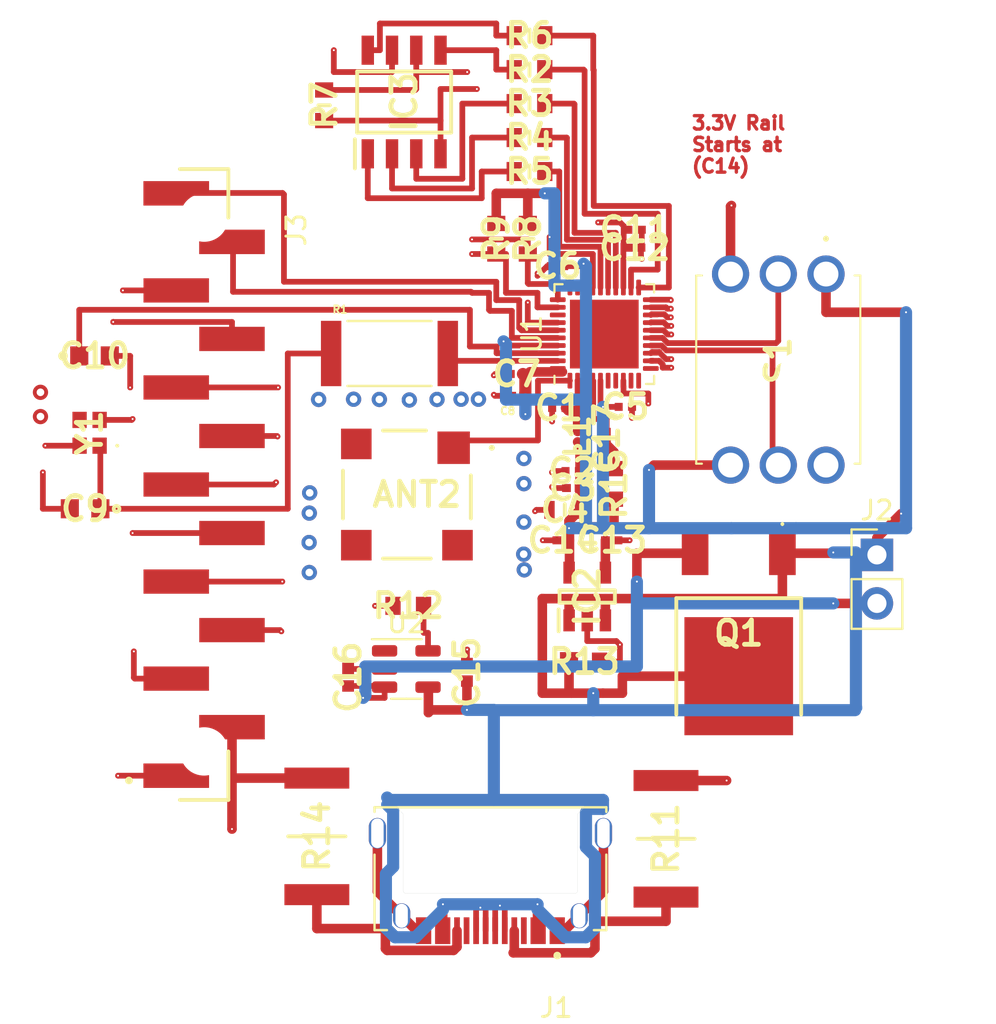
<source format=kicad_pcb>
(kicad_pcb (version 20221018) (generator pcbnew)
  (layers (0 "F.Cu" signal) (1 "In1.Cu" power) (2 "In2.Cu" mixed) (31 "B.Cu" power) (34 "B.Paste" user) (35 "F.Paste" user) (36 "B.SilkS" user "B.Silkscreen") (37 "F.SilkS" user "F.Silkscreen") (38 "B.Mask" user) (39 "F.Mask" user) (44 "Edge.Cuts" user))
  (net 0 "")
  (net 1 "/ANT")
  (net 5 "Net-(C1-Pad1)")
  (net 6 "GNDREF")
  (net 7 "+3.3V")
  (net 8 "GND")
  (net 9 "Net-(Y1-IN{slash}OUT)")
  (net 10 "/XTAL_N")
  (net 11 "Net-(IC2-ADJ{slash}BYP)")
  (net 12 "VBUS")
  (net 13 "Net-(J2-Pin_2)")
  (net 14 "Net-(C17-Pad1)")
  (net 15 "Net-(U1-CHIP_PU)")
  (net 16 "/SPID")
  (net 17 "/SPICLK")
  (net 18 "/SPIHD")
  (net 19 "/SPICS0")
  (net 20 "/SPIWP")
  (net 21 "Net-(IC3-VCC)")
  (net 22 "/SPIQ")
  (net 23 "/D1+")
  (net 24 "Net-(J1-CC1)")
  (net 26 "/D1-")
  (net 28 "Net-(J1-CC2)")
  (net 29 "/I2CEXT0_SCL_in")
  (net 30 "/I2CEXT0_SDA_in")
  (net 31 "/TP_INT")
  (net 32 "/TP_RST")
  (net 33 "/XTAL_P")
  (net 34 "Net-(U1-SPIWP{slash}GPIO26)")
  (net 35 "Net-(U1-SPIHD{slash}GPIO28)")
  (net 36 "Net-(U1-SPICLK{slash}GPIO29)")
  (net 37 "Net-(U1-SPID{slash}GPIO30)")
  (net 38 "Net-(U1-SPIQ{slash}GPIO25)")
  (net 39 "Net-(U2-PROG)")
  (net 40 "Net-(S1-C_1)")
  (net 41 "Net-(S1-C_2)")
  (net 45 "/FSPIQ")
  (net 49 "/FSPICLK")
  (net 50 "/FSPID")
  (net 51 "/D{slash}C")
  (net 52 "/LCD_RST")
  (net 53 "/LCD_BL")
  (net 54 "/U0TXD")
  (net 55 "/U0RXD")
  (net 57 "/FSPICS5")
  (footprint "0 Ohm:RESC1608X55N" (layer "F.Cu") (at 153.124 45.847)
    (fp_text reference "R2")
    (fp_text value "0" hide)
  )
  (footprint "ESB33133:ESB33133" (layer "F.Cu") (at 168.656 56.548 -90)
    (fp_text reference "S1")
    (fp_text value "ESB-33133" hide)
  )
  (footprint "10K Ohm:RESC1608X55N" (layer "F.Cu") (at 151.384 54.699 -90)
    (fp_text reference "R9")
    (fp_text value "10K" hide)
  )
  (footprint "4.7 uF:CAPC1005X55N" (layer "F.Cu") (at 149.8465 77.395 90)
    (fp_text reference "C15")
    (fp_text value "4.7uF" hide)
  )
  (footprint ".1 uF:CAPC0603X33N" (layer "F.Cu") (at 158.146 63.5)
    (fp_text reference "C5")
    (fp_text value ".1 uF" hide)
  )
  (footprint "0 Ohm:RESC1608X55N" (layer "F.Cu") (at 153.124 47.625)
    (fp_text reference "R3")
    (fp_text value "0" hide)
  )
  (footprint "0 Ohm:RESC1608X55N" (layer "F.Cu") (at 153.124 44.069)
    (fp_text reference "R6")
    (fp_text value "0" hide)
  )
  (footprint "4.7 uF:CAPC1005X55N" (layer "F.Cu") (at 143.6235 77.649 90)
    (fp_text reference "C16")
    (fp_text value "4.7 uF" hide)
  )
  (footprint "10K Ohm:RESC1608X55N" (layer "F.Cu") (at 155.994 76.835)
    (fp_text reference "R13")
    (fp_text value "10k" hide)
  )
  (footprint ".1 uF:CAPC0603X33N" (layer "F.Cu") (at 154.66 63.557 180)
    (fp_text reference "C1")
    (fp_text value ".1 uF" hide)
  )
  (footprint "0 Ohm:RESC1608X55N" (layer "F.Cu") (at 153.124 51.181)
    (fp_text reference "R5")
    (fp_text value "0" hide)
  )
  (footprint "10 pF:C0603" (layer "F.Cu") (at 130.34 60.833)
    (fp_text reference "C10")
    (fp_text value "10 pF" hide)
  )
  (footprint "1 uF:CAPC0603X35N" (layer "F.Cu") (at 155.391 67.748 180)
    (fp_text reference "C3")
    (fp_text value "1 uF" hide)
  )
  (footprint ".1 uF:CAPC0603X33N" (layer "F.Cu") (at 158.654 54.229 180)
    (fp_text reference "C11")
    (fp_text value ".1 uF" hide)
  )
  (footprint "10 nF:CAPC0603X33N" (layer "F.Cu") (at 152.501 62.922 180)
    (fp_text reference "C8")
    (fp_text value ".01 uF")
  )
  (footprint ".1 uF:CAPC0603X33N" (layer "F.Cu") (at 155.36 66.859 180)
    (fp_text reference "C2")
    (fp_text value ".1 uF" hide)
  )
  (footprint "10 uF:CAPC1608X90N" (layer "F.Cu") (at 154.972 68.891 180)
    (fp_text reference "C4")
    (fp_text value "10 uF" hide)
  )
  (footprint "1 uF:CAPC0603X35N" (layer "F.Cu") (at 158.634 55.169 180)
    (fp_text reference "C12")
    (fp_text value "1 uF" hide)
  )
  (footprint "Package_TO_SOT_SMD:SOT-23-5" (layer "F.Cu") (at 146.6715 77.22)
    (fp_text reference "U2")
    (fp_text value "MCP73831-2-OT")
  )
  (footprint "10K Ohm:RESC1608X55N" (layer "F.Cu") (at 157.55 67.532 90)
    (fp_text reference "R15")
    (fp_text value "10k" hide)
  )
  (footprint "AMPHENOL_12401948E412A:AMPHENOL_12401948E412A" (layer "F.Cu") (at 151.07725 85.8175 180)
    (fp_text reference "J1")
    (fp_text value "12401948E412A")
    (fp_line (start -4.92 1.36) (end -4.57 1.01) (stroke (width 0.01)) (layer "Edge.Cuts"))
    (fp_line (start -4.57 1.01) (end -4.57 -3) (stroke (width 0.01)) (layer "Edge.Cuts"))
    (fp_line (start -4.42 -3.15) (end 4.42 -3.15) (stroke (width 0.01)) (layer "Edge.Cuts"))
    (fp_line (start 4.57 -3) (end 4.57 1.01) (stroke (width 0.01)) (layer "Edge.Cuts"))
    (fp_line (start 4.57 1.01) (end 4.92 1.36) (stroke (width 0.01)) (layer "Edge.Cuts"))
    (fp_line (start 4.92 1.36) (end -4.92 1.36) (stroke (width 0.01)) (layer "Edge.Cuts"))
    (fp_arc (start -4.57 -3) (mid -4.526066 -3.106066) (end -4.42 -3.15) (stroke (width 0.01)) (layer "Edge.Cuts"))
    (fp_arc (start 4.42 -3.15) (mid 4.526066 -3.106066) (end 4.57 -3) (stroke (width 0.01)) (layer "Edge.Cuts"))
  )
  (footprint "SOT95P280X145-5N:SOT95P280X145-5N" (layer "F.Cu") (at 156.149 73.426 90)
    (fp_text reference "IC2")
    (fp_text value "SPX3819M5-L-3-3_TR" hide)
  )
  (footprint "SOIC127P600X175-8N:SOIC127P600X175-8N" (layer "F.Cu") (at 146.558 47.543 90)
    (fp_text reference "IC3")
    (fp_text value "AT45DB081E-SSHN-B" hide)
  )
  (footprint "5k1 Ohms:RESC6432X65N" (layer "F.Cu") (at 160.274 86.108 -90)
    (fp_text reference "R11")
    (fp_text value "5K1" hide)
  )
  (footprint "1 uF:CAPC0603X35N" (layer "F.Cu") (at 152.451 61.779 180)
    (fp_text reference "C7")
    (fp_text value "1 uF" hide)
  )
  (footprint "1 uF:CAPC0603X35N" (layer "F.Cu") (at 154.889 70.485 180)
    (fp_text reference "C14")
    (fp_text value "1 uF" hide)
  )
  (footprint "1 uF:CAPC0603X35N" (layer "F.Cu") (at 157.429 70.485 180)
    (fp_text reference "C13")
    (fp_text value "1uF" hide)
  )
  (footprint "2k Ohms:RESC1608X55N" (layer "F.Cu") (at 146.774 73.914 180)
    (fp_text reference "R12")
    (fp_text value "2K" hide)
  )
  (footprint "10K Ohm:RESC1608X55N" (layer "F.Cu") (at 142.367 47.714 90)
    (fp_text reference "R7")
    (fp_text value "10K" hide)
  )
  (footprint "PMOS:IRFR9210PBFBE3" (layer "F.Cu") (at 164.084 75.384 180)
    (fp_text reference "Q1")
    (fp_text value "PMOS" hide)
  )
  (footprint "Connector_PinHeader_2.54mm:PinHeader_1x02_P2.54mm_Vertical" (layer "F.Cu") (at 171.323 71.247)
    (fp_text reference "J2")
    (fp_text value "Conn_01x02_Pin")
  )
  (footprint "10 pF:C0603" (layer "F.Cu") (at 129.845 68.834 180)
    (fp_text reference "C9")
    (fp_text value "10 pF" hide)
  )
  (footprint "1 uF:CAPC0603X35N" (layer "F.Cu") (at 157.169 65.157 90)
    (fp_text reference "C17")
    (fp_text value "1 uF" hide)
  )
  (footprint "ECS4001037BCKYTR3:ECS4001037BCKYTR3" (layer "F.Cu") (at 130.082 64.857 90)
    (fp_text reference "Y1")
    (fp_text value "ECS-400-10-37B-CKY-TR3" hide)
  )
  (footprint "10K Ohm:RESC1608X55N" (layer "F.Cu") (at 153.035 54.699 -90)
    (fp_text reference "R8")
    (fp_text value "10K" hide)
  )
  (footprint ".1 uF:CAPC0603X33N" (layer "F.Cu") (at 154.59 56.134 180)
    (fp_text reference "C6")
    (fp_text value ".1 uF" hide)
  )
  (footprint "22 Ohm:RESC6332X65N" (layer "F.Cu") (at 145.789 60.706)
    (fp_text reference "R1")
    (fp_text value "22R")
  )
  (footprint "5k1 Ohms:RESC6432X65N" (layer "F.Cu") (at 141.986 85.981 90)
    (fp_text reference "R14")
    (fp_text value "5K1" hide)
  )
  (footprint "13 pin:SAMTEC_TSM-113-02-T-SV-A" (layer "F.Cu") (at 136.08 67.564 -90)
    (fp_text reference "J3")
    (fp_text value "Conn_01x13_Pin")
  )
  (footprint "2 nH:MLG0603" (layer "F.Cu") (at 155.645 65.06 90)
    (fp_text reference "L1")
    (fp_text value "2 nH" hide)
  )
  (footprint "0 Ohm:RESC1608X55N" (layer "F.Cu") (at 153.124 49.403)
    (fp_text reference "R4")
    (fp_text value "0" hide)
  )
  (footprint "Package_DFN_QFN:QFN-40-1EP_5x5mm_P0.4mm_EP3.6x3.6mm" (layer "F.Cu") (at 157.042 59.69 90)
    (fp_text reference "U1")
    (fp_text value "ESP32-C6")
  )
  (footprint "NN01001:NN01001" (layer "F.Cu") (at 146.702 68.089)
    (fp_text reference "ANT2")
    (fp_text value "NN01-001" hide)
  )
  (gr_text "3.3V Rail\nStarts at\n(C14)" (at 161.544 51.308) (layer "F.Cu") (effects (font (size 0.7 0.7) (thickness 0.175) bold) (justify left bottom)))
  (via (at 148.28 63.11) (size 0.8) (drill 0.4) (layers "F.Cu" "B.Cu") (net 0))
  (via (at 152.85 72.03) (size 0.8) (drill 0.4) (layers "F.Cu" "B.Cu") (net 0))
  (via (at 149.54 63.1) (size 0.8) (drill 0.4) (layers "F.Cu" "B.Cu") (net 0))
  (via (at 143.91 63.1) (size 0.8) (drill 0.4) (layers "F.Cu" "B.Cu") (net 0))
  (via (at 152.83 69.53) (size 0.8) (drill 0.4) (layers "F.Cu" "B.Cu") (net 0))
  (via (at 142.08 63.11) (size 0.8) (drill 0.4) (layers "F.Cu" "B.Cu") (net 0))
  (via (at 141.59 72.17) (size 0.8) (drill 0.4) (layers "F.Cu" "B.Cu") (net 0))
  (via (at 152.83 66.2) (size 0.8) (drill 0.4) (layers "F.Cu" "B.Cu") (net 0))
  (via micro (at 127.508 64.008) (size 0.8) (drill 0.4) (layers "F.Cu" "In1.Cu") (net 0))
  (via (at 141.61 68) (size 0.8) (drill 0.4) (layers "F.Cu" "B.Cu") (net 0))
  (via (at 152.83 67.52) (size 0.8) (drill 0.4) (layers "F.Cu" "B.Cu") (net 0))
  (via micro (at 127.508 62.738) (size 0.8) (drill 0.4) (layers "F.Cu" "In1.Cu") (net 0))
  (via (at 145.26 63.11) (size 0.8) (drill 0.4) (layers "F.Cu" "B.Cu") (net 0))
  (via (at 152.82 71.21) (size 0.8) (drill 0.4) (layers "F.Cu" "B.Cu") (net 0))
  (via (at 141.59 69.06) (size 0.8) (drill 0.4) (layers "F.Cu" "B.Cu") (net 0))
  (via (at 141.58 70.6) (size 0.8) (drill 0.4) (layers "F.Cu" "B.Cu") (net 0))
  (via (at 146.83 63.14) (size 0.8) (drill 0.4) (layers "F.Cu" "B.Cu") (net 0))
  (via (at 150.45 63.1) (size 0.8) (drill 0.4) (layers "F.Cu" "B.Cu") (net 0))
  (segment (start 155.242 62.1275) (end 153.5675 62.1275) (width 0.3) (layer "F.Cu") (net 1))
  (segment (start 149.533 65.258) (end 149.152 65.639) (width 0.3) (layer "F.Cu") (net 1))
  (segment (start 153.5675 65.2535) (end 153.563 65.258) (width 0.3) (layer "F.Cu") (net 1))
  (segment (start 153.5675 62.1275) (end 153.5675 65.2535) (width 0.3) (layer "F.Cu") (net 1))
  (segment (start 153.563 65.258) (end 149.533 65.258) (width 0.3) (layer "F.Cu") (net 1))
  (segment (start 155.642 63.694) (end 155.645 63.697) (width 0.3) (layer "F.Cu") (net 5))
  (segment (start 155.645 63.697) (end 155.15 63.697) (width 0.5) (layer "F.Cu") (net 5))
  (segment (start 156.042 62.1275) (end 155.642 62.1275) (width 0.3) (layer "F.Cu") (net 5))
  (segment (start 155.645 64.785) (end 155.645 63.697) (width 0.5) (layer "F.Cu") (net 5))
  (segment (start 155.15 63.697) (end 155.01 63.557) (width 0.5) (layer "F.Cu") (net 5))
  (segment (start 155.642 62.1275) (end 155.642 63.694) (width 0.3) (layer "F.Cu") (net 5))
  (segment (start 159.004 54.229) (end 159.004 55.129) (width 0.3) (layer "F.Cu") (net 6))
  (segment (start 157.673 75.758) (end 157.861 75.946) (width 0.3) (layer "F.Cu") (net 6))
  (segment (start 156.794 76.835) (end 157.861 76.835) (width 0.3) (layer "F.Cu") (net 6))
  (segment (start 131.14 60.833) (end 132.207 60.833) (width 0.3) (layer "F.Cu") (net 6))
  (segment (start 155.061 67.748) (end 154.362 67.748) (width 0.3) (layer "F.Cu") (net 6))
  (segment (start 158.496 63.5) (end 158.496 64.07) (width 0.3) (layer "F.Cu") (net 6))
  (segment (start 132.207 60.833) (end 132.207 62.484) (width 0.3) (layer "F.Cu") (net 6))
  (segment (start 142.875 45.974) (end 142.875 44.831) (width 0.3) (layer "F.Cu") (net 6))
  (segment (start 154.559 70.485) (end 153.822 70.485) (width 0.3) (layer "F.Cu") (net 6))
  (segment (start 157.861 76.835) (end 157.861 75.946) (width 0.3) (layer "F.Cu") (net 6))
  (segment (start 127.635 68.834) (end 127.635 66.929) (width 0.3) (layer "F.Cu") (net 6))
  (segment (start 154.24 56.134) (end 154.051 56.134) (width 0.3) (layer "F.Cu") (net 6))
  (segment (start 129.557 65.532) (end 127.762 65.532) (width 0.3) (layer "F.Cu") (net 6))
  (segment (start 158.964 55.169) (end 158.964 55.713) (width 0.3) (layer "F.Cu") (net 6))
  (segment (start 154.31 63.557) (end 154.31 64.257) (width 0.3) (layer "F.Cu") (net 6))
  (segment (start 130.607 64.182) (end 132.287 64.182) (width 0.3) (layer "F.Cu") (net 6))
  (segment (start 132.287 64.182) (end 132.334 64.135) (width 0.3) (layer "F.Cu") (net 6))
  (segment (start 155.01 66.859) (end 154.375 66.859) (width 0.3) (layer "F.Cu") (net 6))
  (segment (start 156.149 75.758) (end 157.673 75.758) (width 0.3) (layer "F.Cu") (net 6))
  (segment (start 156.149 74.676) (end 156.149 75.758) (width 0.3) (layer "F.Cu") (net 6))
  (segment (start 154.051 56.134) (end 153.543 56.642) (width 0.3) (layer "F.Cu") (net 6))
  (segment (start 158.964 55.713) (end 159.004 55.753) (width 0.3) (layer "F.Cu") (net 6))
  (segment (start 129.045 68.834) (end 127.635 68.834) (width 0.3) (layer "F.Cu") (net 6))
  (segment (start 159.004 55.129) (end 158.964 55.169) (width 0.3) (layer "F.Cu") (net 6))
  (segment (start 145.923 45.974) (end 142.875 45.974) (width 0.3) (layer "F.Cu") (net 6))
  (segment (start 160.274 83.058) (end 163.449 83.058) (width 0.5) (layer "F.Cu") (net 6))
  (segment (start 157.759 70.485) (end 158.369 70.485) (width 0.3) (layer "F.Cu") (net 6))
  (segment (start 153.486 68.891) (end 153.416 68.961) (width 0.3) (layer "F.Cu") (net 6))
  (segment (start 154.172 68.891) (end 153.486 68.891) (width 0.3) (layer "F.Cu") (net 6))
  (segment (start 154.31 64.257) (end 154.305 64.262) (width 0.3) (layer "F.Cu") (net 6))
  (segment (start 154.362 67.748) (end 154.305 67.691) (width 0.3) (layer "F.Cu") (net 6))
  (segment (start 154.375 66.859) (end 154.305 66.929) (width 0.3) (layer "F.Cu") (net 6))
  (segment (start 145.923 44.831) (end 145.923 45.974) (width 0.3) (layer "F.Cu") (net 6))
  (via micro (at 158.369 70.485) (size 0.3) (drill 0.1) (layers "F.Cu" "In1.Cu") (net 6))
  (via micro (at 154.305 64.262) (size 0.3) (drill 0.1) (layers "F.Cu" "In1.Cu") (net 6))
  (via micro (at 142.875 44.831) (size 0.3) (drill 0.1) (layers "F.Cu" "In1.Cu") (net 6))
  (via micro (at 153.822 70.485) (size 0.3) (drill 0.1) (layers "F.Cu" "In1.Cu") (net 6))
  (via micro (at 132.334 64.135) (size 0.3) (drill 0.1) (layers "F.Cu" "In1.Cu") (net 6))
  (via micro (at 132.207 62.484) (size 0.3) (drill 0.1) (layers "F.Cu" "In1.Cu") (net 6))
  (via micro (at 153.416 68.961) (size 0.3) (drill 0.1) (layers "F.Cu" "In1.Cu") (net 6))
  (via micro (at 127.635 66.929) (size 0.3) (drill 0.1) (layers "F.Cu" "In1.Cu") (net 6))
  (via micro (at 163.449 83.058) (size 0.3) (drill 0.1) (layers "F.Cu" "In1.Cu") (net 6))
  (via micro (at 157.861 75.946) (size 0.3) (drill 0.1) (layers "F.Cu" "In1.Cu") (net 6))
  (via micro (at 127.762 65.532) (size 0.3) (drill 0.1) (layers "F.Cu" "In1.Cu") (net 6))
  (via micro (at 154.305 67.691) (size 0.3) (drill 0.1) (layers "F.Cu" "In1.Cu") (net 6))
  (via micro (at 154.305 66.929) (size 0.3) (drill 0.1) (layers "F.Cu" "In1.Cu") (net 6))
  (via micro (at 153.543 56.515) (size 0.3) (drill 0.1) (layers "F.Cu" "In1.Cu") (net 6))
  (via micro (at 159.004 55.753) (size 0.3) (drill 0.1) (layers "F.Cu" "In1.Cu") (net 6))
  (via micro (at 158.488 64.078) (size 0.3) (drill 0.1) (layers "F.Cu" "In1.Cu") (net 6))
  (segment (start 172.847 58.547) (end 168.656 58.547) (width 0.5) (layer "F.Cu") (net 7))
  (segment (start 155.219 69.875) (end 155.194 69.85) (width 0.5) (layer "F.Cu") (net 7))
  (segment (start 154.6045 60.29) (end 151.984 60.29) (width 0.3) (layer "F.Cu") (net 7))
  (segment (start 163.656 66.548) (end 159.639 66.548) (width 0.5) (layer "F.Cu") (net 7))
  (segment (start 156.842 62.1275) (end 156.842 63.497) (width 0.3) (layer "F.Cu") (net 7))
  (segment (start 156.972 63.5) (end 156.845 63.5) (width 0.3) (layer "F.Cu") (net 7))
  (segment (start 155.219 70.485) (end 155.219 69.875) (width 0.5) (layer "F.Cu") (net 7))
  (segment (start 151.984 60.29) (end 151.765 60.071) (width 0.3) (layer "F.Cu") (net 7))
  (segment (start 156.842 63.497) (end 156.845 63.5) (width 0.3) (layer "F.Cu") (net 7))
  (segment (start 153.51 61.67) (end 153.144 61.67) (width 0.5) (layer "F.Cu") (net 7))
  (segment (start 156.013 56.064) (end 156.013 56.134) (width 0.3) (layer "F.Cu") (net 7))
  (segment (start 155.219 70.485) (end 155.219 72.156) (width 0.5) (layer "F.Cu") (net 7))
  (segment (start 155.772 68.891) (end 155.194 69.469) (width 0.5) (layer "F.Cu") (net 7))
  (segment (start 157.55 68.332) (end 157.55 69.78) (width 0.5) (layer "F.Cu") (net 7))
  (segment (start 156.013 57.2235) (end 156.042 57.2525) (width 0.3) (layer "F.Cu") (net 7))
  (segment (start 155.194 69.469) (end 155.194 69.85) (width 0.5) (layer "F.Cu") (net 7))
  (segment (start 156.013 56.134) (end 156.013 57.2235) (width 0.3) (layer "F.Cu") (net 7))
  (segment (start 152.908 61.906) (end 152.781 61.779) (width 0.635) (layer "F.Cu") (net 7))
  (segment (start 154.94 56.134) (end 156.013 56.134) (width 0.3) (layer "F.Cu") (net 7))
  (segment (start 155.219 72.156) (end 155.199 72.176) (width 0.5) (layer "F.Cu") (net 7))
  (segment (start 153.035 53.899) (end 153.035 52.324) (width 0.5) (layer "F.Cu") (net 7))
  (segment (start 151.384 52.324) (end 153.035 52.324) (width 0.5) (layer "F.Cu") (net 7))
  (segment (start 153.144 61.67) (end 154.85 61.67) (width 0.5) (layer "F.Cu") (net 7))
  (segment (start 168.656 58.547) (end 168.656 56.548) (width 0.5) (layer "F.Cu") (net 7))
  (segment (start 157.55 69.78) (end 155.264 69.78) (width 0.5) (layer "F.Cu") (net 7))
  (segment (start 153.144 61.67) (end 152.908 61.906) (width 0.5) (layer "F.Cu") (net 7))
  (segment (start 156.013 56.064) (end 155.956 56.007) (width 0.3) (layer "F.Cu") (net 7))
  (segment (start 157.796 63.5) (end 156.972 63.5) (width 0.3) (layer "F.Cu") (net 7))
  (segment (start 152.908 63.881) (end 152.908 61.906) (width 0.635) (layer "F.Cu") (net 7))
  (segment (start 151.384 53.899) (end 151.384 52.324) (width 0.5) (layer "F.Cu") (net 7))
  (segment (start 155.772 65.462) (end 155.645 65.335) (width 0.5) (layer "F.Cu") (net 7))
  (segment (start 155.772 68.891) (end 155.772 65.462) (width 0.5) (layer "F.Cu") (net 7))
  (segment (start 153.035 52.324) (end 153.924 52.324) (width 0.5) (layer "F.Cu") (net 7))
  (segment (start 155.264 69.78) (end 155.194 69.85) (width 0.5) (layer "F.Cu") (net 7))
  (segment (start 159.639 66.548) (end 159.385 66.802) (width 0.5) (layer "F.Cu") (net 7))
  (via micro (at 155.956 56.007) (size 0.3) (drill 0.1) (layers "F.Cu" "B.Cu") (remove_unused_layers) (net 7))
  (via micro (at 155.194 69.85) (size 0.3) (drill 0.1) (layers "F.Cu" "B.Cu") (remove_unused_layers) (net 7))
  (via micro (at 156.972 63.5) (size 0.3) (drill 0.1) (layers "F.Cu" "B.Cu") (remove_unused_layers) (net 7))
  (via micro (at 151.765 60.071) (size 0.3) (drill 0.1) (layers "F.Cu" "B.Cu") (remove_unused_layers) (net 7))
  (via micro (at 159.385 66.802) (size 0.3) (drill 0.1) (layers "F.Cu" "B.Cu") (remove_unused_layers) (net 7))
  (via micro (at 152.908 63.881) (size 0.3) (drill 0.1) (layers "F.Cu" "B.Cu") (remove_unused_layers) (net 7))
  (via micro (at 172.847 58.547) (size 0.3) (drill 0.1) (layers "F.Cu" "B.Cu") (remove_unused_layers) (net 7))
  (via micro (at 153.924 52.324) (size 0.3) (drill 0.1) (layers "F.Cu" "B.Cu") (remove_unused_layers) (net 7))
  (segment (start 154.432 52.324) (end 153.924 52.324) (width 0.635) (layer "B.Cu") (net 7))
  (segment (start 159.385 69.85) (end 159.385 66.802) (width 0.635) (layer "B.Cu") (net 7))
  (segment (start 152.908 63.119) (end 151.892 63.119) (width 0.635) (layer "B.Cu") (net 7))
  (segment (start 163.703 69.85) (end 163.656 69.803) (width 0.5) (layer "B.Cu") (net 7))
  (segment (start 156.972 69.85) (end 159.385 69.85) (width 0.635) (layer "B.Cu") (net 7))
  (segment (start 156.083 57.15) (end 154.432 57.15) (width 0.635) (layer "B.Cu") (net 7))
  (segment (start 155.194 69.85) (end 156.083 69.85) (width 0.635) (layer "B.Cu") (net 7))
  (segment (start 156.083 56.134) (end 155.956 56.007) (width 0.635) (layer "B.Cu") (net 7))
  (segment (start 156.083 69.85) (end 156.083 63.119) (width 0.635) (layer "B.Cu") (net 7))
  (segment (start 167.086412 69.85) (end 172.847 69.85) (width 0.635) (layer "B.Cu") (net 7))
  (segment (start 156.083 63.119) (end 152.908 63.119) (width 0.635) (layer "B.Cu") (net 7))
  (segment (start 156.083 69.85) (end 156.972 69.85) (width 0.635) (layer "B.Cu") (net 7))
  (segment (start 151.892 60.198) (end 151.765 60.071) (width 0.635) (layer "B.Cu") (net 7))
  (segment (start 156.083 57.15) (end 156.083 56.134) (width 0.635) (layer "B.Cu") (net 7))
  (segment (start 152.908 63.119) (end 152.908 63.881) (width 0.635) (layer "B.Cu") (net 7))
  (segment (start 154.432 57.15) (end 154.432 52.324) (width 0.635) (layer "B.Cu") (net 7))
  (segment (start 172.847 69.85) (end 172.847 58.547) (width 0.635) (layer "B.Cu") (net 7))
  (segment (start 151.892 63.119) (end 151.892 60.198) (width 0.635) (layer "B.Cu") (net 7))
  (segment (start 156.972 69.85) (end 156.972 63.5) (width 0.635) (layer "B.Cu") (net 7))
  (segment (start 159.385 69.85) (end 163.703 69.85) (width 0.635) (layer "B.Cu") (net 7))
  (segment (start 156.083 63.119) (end 156.083 57.15) (width 0.635) (layer "B.Cu") (net 7))
  (segment (start 163.703 69.85) (end 167.086412 69.85) (width 0.635) (layer "B.Cu") (net 7))
  (segment (start 149.8465 76.935) (end 148.998 76.935) (width 0.3) (layer "F.Cu") (net 8))
  (segment (start 143.6545 77.22) (end 143.6235 77.189) (width 0.3) (layer "F.Cu") (net 8))
  (segment (start 155.72725 90.1375) (end 156.99725 88.8675) (width 0.5) (layer "F.Cu") (net 8))
  (segment (start 145.15725 88.8675) (end 145.15725 85.8175) (width 0.5) (layer "F.Cu") (net 8))
  (segment (start 151.327 61.779) (end 151.257 61.849) (width 0.3) (layer "F.Cu") (net 8))
  (segment (start 146.42725 90.1375) (end 145.15725 88.8675) (width 0.5) (layer "F.Cu") (net 8))
  (segment (start 149.8465 76.935) (end 149.8465 76.2135) (width 0.3) (layer "F.Cu") (net 8))
  (segment (start 137.541 85.596) (end 137.54 85.597) (width 0.5) (layer "F.Cu") (net 8))
  (segment (start 154.57725 90.9175) (end 154.94725 90.9175) (width 0.5) (layer "F.Cu") (net 8))
  (segment (start 152.121 61.779) (end 151.327 61.779) (width 0.3) (layer "F.Cu") (net 8))
  (segment (start 163.656 53.006) (end 163.703 52.959) (width 0.5) (layer "F.Cu") (net 8))
  (segment (start 145.974 73.914) (end 145.034 73.914) (width 0.3) (layer "F.Cu") (net 8))
  (segment (start 137.541 80.265) (end 137.54 80.264) (width 0.5) (layer "F.Cu") (net 8))
  (segment (start 137.541 82.931) (end 137.541 80.265) (width 0.5) (layer "F.Cu") (net 8))
  (segment (start 141.986 82.931) (end 137.541 82.931) (width 0.5) (layer "F.Cu") (net 8))
  (segment (start 154.94725 90.9175) (end 155.72725 90.1375) (width 0.5) (layer "F.Cu") (net 8))
  (segment (start 147.57725 90.9175) (end 147.20725 90.9175) (width 0.5) (layer "F.Cu") (net 8))
  (segment (start 147.20725 90.9175) (end 146.42725 90.1375) (width 0.5) (layer "F.Cu") (net 8))
  (segment (start 148.998 77.062) (end 145.692 77.062) (width 0.3) (layer "F.Cu") (net 8))
  (segment (start 151.314 62.922) (end 151.257 62.865) (width 0.3) (layer "F.Cu") (net 8))
  (segment (start 145.692 77.062) (end 145.534 77.22) (width 0.3) (layer "F.Cu") (net 8))
  (segment (start 145.534 77.22) (end 143.6545 77.22) (width 0.3) (layer "F.Cu") (net 8))
  (segment (start 148.998 76.935) (end 148.998 77.062) (width 0.3) (layer "F.Cu") (net 8))
  (segment (start 171.323 71.247) (end 171.323 70.358) (width 0.5) (layer "F.Cu") (net 8))
  (segment (start 149.8465 76.2135) (end 149.86 76.2) (width 0.3) (layer "F.Cu") (net 8))
  (segment (start 163.656 56.548) (end 163.656 53.006) (width 0.5) (layer "F.Cu") (net 8))
  (segment (start 156.99725 88.8675) (end 156.99725 85.8175) (width 0.5) (layer "F.Cu") (net 8))
  (segment (start 137.541 82.931) (end 137.541 85.596) (width 0.5) (layer "F.Cu") (net 8))
  (segment (start 152.221 62.922) (end 151.314 62.922) (width 0.3) (layer "F.Cu") (net 8))
  (segment (start 171.323 70.358) (end 172.593 69.088) (width 0.5) (layer "F.Cu") (net 8))
  (via micro (at 137.54 85.597) (size 0.3) (drill 0.1) (layers "F.Cu" "In1.Cu") (net 8))
  (via micro (at 149.86 76.2) (size 0.3) (drill 0.1) (layers "F.Cu" "In1.Cu") (net 8))
  (via micro (at 172.593 69.088) (size 0.3) (drill 0.1) (layers "F.Cu" "In1.Cu") (net 8))
  (via micro (at 151.257 61.849) (size 0.3) (drill 0.1) (layers "F.Cu" "In1.Cu") (net 8))
  (via micro (at 163.703 52.959) (size 0.3) (drill 0.1) (layers "F.Cu" "In1.Cu") (net 8))
  (via micro (at 145.034 73.914) (size 0.3) (drill 0.1) (layers "F.Cu" "In1.Cu") (net 8))
  (via micro (at 151.257 62.865) (size 0.3) (drill 0.1) (layers "F.Cu" "In1.Cu") (net 8))
  (segment (start 130.645 68.834) (end 130.645 65.57) (width 0.3) (layer "F.Cu") (net 9))
  (segment (start 130.645 65.57) (end 130.607 65.532) (width 0.3) (layer "F.Cu") (net 9))
  (segment (start 140.462 68.834) (end 130.645 68.834) (width 0.3) (layer "F.Cu") (net 9))
  (segment (start 140.462 60.706) (end 140.462 68.834) (width 0.3) (layer "F.Cu") (net 9))
  (segment (start 142.734 60.706) (end 140.462 60.706) (width 0.3) (layer "F.Cu") (net 9))
  (segment (start 129.54 60.833) (end 129.54 58.42) (width 0.3) (layer "F.Cu") (net 10))
  (segment (start 151.4 60.341) (end 151.4 60.69) (width 0.3) (layer "F.Cu") (net 10))
  (segment (start 151.4 60.69) (end 154.6045 60.69) (width 0.3) (layer "F.Cu") (net 10))
  (segment (start 150.003 58.42) (end 150.003 60.341) (width 0.3) (layer "F.Cu") (net 10))
  (segment (start 129.54 64.165) (end 129.557 64.182) (width 0.5) (layer "F.Cu") (net 10))
  (segment (start 150.003 60.341) (end 151.4 60.341) (width 0.3) (layer "F.Cu") (net 10))
  (segment (start 129.54 58.42) (end 150.003 58.42) (width 0.3) (layer "F.Cu") (net 10))
  (segment (start 157.099 70.485) (end 157.099 72.176) (width 0.5) (layer "F.Cu") (net 11))
  (segment (start 168.996 71.161) (end 169.037 71.12) (width 0.5) (layer "F.Cu") (net 12))
  (segment (start 148.57725 89.54775) (end 148.59 89.535) (width 0.5) (layer "F.Cu") (net 12))
  (segment (start 155.194 73.533) (end 155.199 73.538) (width 0.5) (layer "F.Cu") (net 12))
  (segment (start 157.099 73.533) (end 155.194 73.533) (width 0.5) (layer "F.Cu") (net 12))
  (segment (start 157.988 78.486) (end 156.972 78.486) (width 0.5) (layer "F.Cu") (net 12))
  (segment (start 153.543 90.88325) (end 153.57725 90.9175) (width 0.5) (layer "F.Cu") (net 12))
  (segment (start 147.9685 79.3615) (end 147.828 79.502) (width 0.5) (layer "F.Cu") (net 12))
  (segment (start 155.199 73.538) (end 155.199 74.676) (width 0.5) (layer "F.Cu") (net 12))
  (segment (start 156.972 78.486) (end 156.464 78.486) (width 0.5) (layer "F.Cu") (net 12))
  (segment (start 155.194 78.359) (end 155.194 76.835) (width 0.5) (layer "F.Cu") (net 12))
  (segment (start 149.8465 77.855) (end 149.8465 79.3615) (width 0.5) (layer "F.Cu") (net 12))
  (segment (start 157.099 74.676) (end 157.099 73.533) (width 0.5) (layer "F.Cu") (net 12))
  (segment (start 155.321 78.486) (end 155.194 78.359) (width 0.5) (layer "F.Cu") (net 12))
  (segment (start 147.828 78.189) (end 147.809 78.17) (width 0.5) (layer "F.Cu") (net 12))
  (segment (start 148.57725 90.9175) (end 148.57725 89.54775) (width 0.5) (layer "F.Cu") (net 12))
  (segment (start 153.543 89.535) (end 153.543 90.88325) (width 0.5) (layer "F.Cu") (net 12))
  (segment (start 166.37 73.533) (end 157.099 73.533) (width 0.5) (layer "F.Cu") (net 12))
  (segment (start 147.828 79.502) (end 147.828 78.189) (width 0.5) (layer "F.Cu") (net 12))
  (segment (start 153.802 73.538) (end 155.199 73.538) (width 0.5) (layer "F.Cu") (net 12))
  (segment (start 155.321 78.486) (end 153.797 78.486) (width 0.5) (layer "F.Cu") (net 12))
  (segment (start 156.464 78.486) (end 155.321 78.486) (width 0.5) (layer "F.Cu") (net 12))
  (segment (start 149.8465 79.3615) (end 147.9685 79.3615) (width 0.5) (layer "F.Cu") (net 12))
  (segment (start 166.37 71.161) (end 166.37 73.533) (width 0.5) (layer "F.Cu") (net 12))
  (segment (start 153.797 73.533) (end 153.802 73.538) (width 0.5) (layer "F.Cu") (net 12))
  (segment (start 157.988 77.597) (end 157.988 78.486) (width 0.5) (layer "F.Cu") (net 12))
  (segment (start 164.084 77.597) (end 157.988 77.597) (width 0.5) (layer "F.Cu") (net 12))
  (segment (start 166.37 71.161) (end 168.996 71.161) (width 0.5) (layer "F.Cu") (net 12))
  (segment (start 153.797 78.486) (end 153.797 73.533) (width 0.5) (layer "F.Cu") (net 12))
  (via micro (at 156.464 78.486) (size 0.3) (drill 0.1) (layers "F.Cu" "B.Cu") (remove_unused_layers) (net 12))
  (via micro (at 148.59 89.535) (size 0.3) (drill 0.1) (layers "F.Cu" "B.Cu") (remove_unused_layers) (net 12))
  (via micro (at 149.8465 79.3615) (size 0.3) (drill 0.1) (layers "F.Cu" "B.Cu") (remove_unused_layers) (net 12))
  (via micro (at 153.543 89.535) (size 0.3) (drill 0.1) (layers "F.Cu" "B.Cu") (remove_unused_layers) (net 12))
  (via micro (at 169.037 71.12) (size 0.3) (drill 0.1) (layers "F.Cu" "B.Cu") (remove_unused_layers) (net 12))
  (segment (start 156.083 86.54575) (end 156.083 84.725304) (width 0.635) (layer "B.Cu") (net 12))
  (segment (start 145.60225 90.779226) (end 145.60225 87.95075) (width 0.635) (layer "B.Cu") (net 12))
  (segment (start 145.60225 87.95075) (end 145.98225 87.57075) (width 0.635) (layer "B.Cu") (net 12))
  (segment (start 156.55225 87.015) (end 156.083 86.54575) (width 0.635) (layer "B.Cu") (net 12))
  (segment (start 155.005524 91.2625) (end 156.068976 91.2625) (width 0.635) (layer "B.Cu") (net 12))
  (segment (start 153.543 89.535) (end 153.543 89.799976) (width 0.635) (layer "B.Cu") (net 12))
  (segment (start 145.98225 87.57075) (end 145.98225 84.636054) (width 0.635) (layer "B.Cu") (net 12))
  (segment (start 170.223 71.12) (end 169.037 71.12) (width 0.635) (layer "B.Cu") (net 12))
  (segment (start 170.223 79.164) (end 170.223 71.12) (width 0.635) (layer "B.Cu") (net 12))
  (segment (start 153.543 89.799976) (end 155.005524 91.2625) (width 0.635) (layer "B.Cu") (net 12))
  (segment (start 156.083 84.725304) (end 156.265804 84.5425) (width 0.5) (layer "B.Cu") (net 12))
  (segment (start 145.669 84.322804) (end 145.669 83.947) (width 0.5) (layer "B.Cu") (net 12))
  (segment (start 156.464 79.375) (end 156.464 78.486) (width 0.635) (layer "B.Cu") (net 12))
  (segment (start 151.257 79.375) (end 151.2435 79.3615) (width 0.5) (layer "B.Cu") (net 12))
  (segment (start 156.464 79.375) (end 170.18 79.375) (width 0.635) (layer "B.Cu") (net 12))
  (segment (start 156.265804 84.5425) (end 156.972 84.5425) (width 0.635) (layer "B.Cu") (net 12))
  (segment (start 146.085524 91.2625) (end 145.60225 90.779226) (width 0.635) (layer "B.Cu") (net 12))
  (segment (start 148.59 89.535) (end 148.59 89.821476) (width 0.5) (layer "B.Cu") (net 12))
  (segment (start 151.257 84.074) (end 151.257 79.375) (width 0.635) (layer "B.Cu") (net 12))
  (segment (start 148.59 89.535) (end 153.543 89.535) (width 0.635) (layer "B.Cu") (net 12))
  (segment (start 151.257 79.375) (end 156.464 79.375) (width 0.635) (layer "B.Cu") (net 12))
  (segment (start 156.972 84.5425) (end 156.972 84.074) (width 0.635) (layer "B.Cu") (net 12))
  (segment (start 170.18 79.375) (end 170.307 79.248) (width 0.5) (layer "B.Cu") (net 12))
  (segment (start 156.972 84.074) (end 151.257 84.074) (width 0.635) (layer "B.Cu") (net 12))
  (segment (start 151.2435 79.3615) (end 149.8465 79.3615) (width 0.635) (layer "B.Cu") (net 12))
  (segment (start 151.257 84.074) (end 145.796 84.074) (width 0.635) (layer "B.Cu") (net 12))
  (segment (start 156.068976 91.2625) (end 156.55225 90.779226) (width 0.635) (layer "B.Cu") (net 12))
  (segment (start 145.98225 84.636054) (end 145.669 84.322804) (width 0.635) (layer "B.Cu") (net 12))
  (segment (start 147.148976 91.2625) (end 146.085524 91.2625) (width 0.635) (layer "B.Cu") (net 12))
  (segment (start 170.307 79.248) (end 170.223 79.164) (width 0.5) (layer "B.Cu") (net 12))
  (segment (start 148.59 89.821476) (end 147.148976 91.2625) (width 0.635) (layer "B.Cu") (net 12))
  (segment (start 156.55225 90.779226) (end 156.55225 87.015) (width 0.635) (layer "B.Cu") (net 12))
  (segment (start 145.796 84.074) (end 145.669 83.947) (width 0.635) (layer "B.Cu") (net 12))
  (segment (start 145.534 78.732) (end 144.407 78.732) (width 0.3) (layer "F.Cu") (net 13))
  (segment (start 161.798 71.161) (end 158.75 71.161) (width 0.5) (layer "F.Cu") (net 13))
  (segment (start 158.75 71.161) (end 158.75 72.644) (width 0.5) (layer "F.Cu") (net 13))
  (segment (start 171.323 73.787) (end 169.037 73.787) (width 0.5) (layer "F.Cu") (net 13))
  (segment (start 143.6235 78.109) (end 145.473 78.109) (width 0.3) (layer "F.Cu") (net 13))
  (segment (start 145.534 78.17) (end 145.534 78.732) (width 0.3) (layer "F.Cu") (net 13))
  (segment (start 145.473 78.109) (end 145.534 78.17) (width 0.3) (layer "F.Cu") (net 13))
  (via micro (at 158.75 72.644) (size 0.3) (drill 0.1) (layers "F.Cu" "B.Cu") (remove_unused_layers) (net 13))
  (via micro (at 144.407 78.732) (size 0.3) (drill 0.1) (layers "F.Cu" "B.Cu") (net 13))
  (via micro (at 169.037 73.787) (size 0.3) (drill 0.1) (layers "F.Cu" "B.Cu") (net 13))
  (segment (start 158.75 77.089) (end 158.75 73.787) (width 0.635) (layer "B.Cu") (net 13))
  (segment (start 144.526 77.089) (end 144.526 78.613) (width 0.635) (layer "B.Cu") (net 13))
  (segment (start 158.75 73.787) (end 169.037 73.787) (width 0.635) (layer "B.Cu") (net 13))
  (segment (start 158.75 73.787) (end 158.75 72.644) (width 0.635) (layer "B.Cu") (net 13))
  (segment (start 144.526 78.613) (end 144.407 78.732) (width 0.635) (layer "B.Cu") (net 13))
  (segment (start 158.75 77.089) (end 144.526 77.089) (width 0.635) (layer "B.Cu") (net 13))
  (segment (start 157.55 66.732) (end 157.55 65.868) (width 0.5) (layer "F.Cu") (net 14))
  (segment (start 157.55 65.868) (end 157.169 65.487) (width 0.5) (layer "F.Cu") (net 14))
  (segment (start 157.169 64.827) (end 157.169 64.135) (width 0.3) (layer "F.Cu") (net 15))
  (segment (start 157.169 64.135) (end 156.464 64.135) (width 0.3) (layer "F.Cu") (net 15))
  (segment (start 156.464 62.1495) (end 156.442 62.1275) (width 0.3) (layer "F.Cu") (net 15))
  (segment (start 156.464 64.135) (end 156.464 62.1495) (width 0.3) (layer "F.Cu") (net 15))
  (segment (start 152.324 51.181) (end 150.622 51.181) (width 0.3) (layer "F.Cu") (net 16))
  (segment (start 150.622 51.181) (end 150.622 52.578) (width 0.3) (layer "F.Cu") (net 16))
  (segment (start 144.653 52.578) (end 144.653 50.255) (width 0.3) (layer "F.Cu") (net 16))
  (segment (start 150.622 52.578) (end 144.653 52.578) (width 0.3) (layer "F.Cu") (net 16))
  (segment (start 150.114 49.403) (end 150.114 52.07) (width 0.3) (layer "F.Cu") (net 17))
  (segment (start 145.923 52.07) (end 145.923 50.255) (width 0.3) (layer "F.Cu") (net 17))
  (segment (start 152.324 49.403) (end 150.114 49.403) (width 0.3) (layer "F.Cu") (net 17))
  (segment (start 150.114 52.07) (end 145.923 52.07) (width 0.3) (layer "F.Cu") (net 17))
  (segment (start 152.324 47.625) (end 149.606 47.625) (width 0.3) (layer "F.Cu") (net 18))
  (segment (start 149.606 47.625) (end 149.606 51.562) (width 0.3) (layer "F.Cu") (net 18))
  (segment (start 147.193 51.562) (end 147.193 50.255) (width 0.3) (layer "F.Cu") (net 18))
  (segment (start 149.606 51.562) (end 147.193 51.562) (width 0.3) (layer "F.Cu") (net 18))
  (segment (start 160.506 57.89) (end 160.528 57.912) (width 0.3) (layer "F.Cu") (net 19))
  (segment (start 148.463 46.863) (end 150.368 46.863) (width 0.3) (layer "F.Cu") (net 19))
  (segment (start 142.367 48.514) (end 148.463 48.514) (width 0.3) (layer "F.Cu") (net 19))
  (segment (start 148.463 48.514) (end 148.463 50.255) (width 0.3) (layer "F.Cu") (net 19))
  (segment (start 148.463 48.514) (end 148.463 46.863) (width 0.3) (layer "F.Cu") (net 19))
  (segment (start 159.4795 57.89) (end 160.506 57.89) (width 0.3) (layer "F.Cu") (net 19))
  (via micro (at 150.368 46.863) (size 0.3) (drill 0.1) (layers "F.Cu" "In2.Cu") (remove_unused_layers) (net 19))
  (via micro (at 160.528 57.912) (size 0.3) (drill 0.1) (layers "F.Cu" "In2.Cu") (remove_unused_layers) (net 19))
  (segment (start 151.384 45.847) (end 151.384 44.831) (width 0.3) (layer "F.Cu") (net 20))
  (segment (start 151.384 44.831) (end 148.463 44.831) (width 0.3) (layer "F.Cu") (net 20))
  (segment (start 152.324 45.847) (end 151.384 45.847) (width 0.3) (layer "F.Cu") (net 20))
  (segment (start 134.62 82.804) (end 131.572 82.804) (width 0.3) (layer "F.Cu") (net 21))
  (segment (start 158.042 57.2525) (end 158.042 54.988) (width 0.3) (layer "F.Cu") (net 21))
  (segment (start 157.874 53.848) (end 156.718 53.848) (width 0.3) (layer "F.Cu") (net 21))
  (segment (start 158.058 54.032) (end 157.874 53.848) (width 0.3) (layer "F.Cu") (net 21))
  (segment (start 147.142 46.914) (end 147.193 46.863) (width 0.3) (layer "F.Cu") (net 21))
  (segment (start 158.042 54.988) (end 158.058 54.972) (width 0.3) (layer "F.Cu") (net 21))
  (segment (start 147.193 45.974) (end 147.193 44.831) (width 0.3) (layer "F.Cu") (net 21))
  (segment (start 142.367 46.914) (end 147.142 46.914) (width 0.3) (layer "F.Cu") (net 21))
  (segment (start 147.193 46.863) (end 147.193 45.974) (width 0.3) (layer "F.Cu") (net 21))
  (segment (start 158.058 54.972) (end 158.058 54.032) (width 0.3) (layer "F.Cu") (net 21))
  (segment (start 149.86 45.974) (end 147.193 45.974) (width 0.3) (layer "F.Cu") (net 21))
  (via micro (at 131.572 82.804) (size 0.3) (drill 0.1) (layers "F.Cu" "In2.Cu") (remove_unused_layers) (net 21))
  (via micro (at 156.718 53.848) (size 0.3) (drill 0.1) (layers "F.Cu" "In2.Cu") (remove_unused_layers) (net 21))
  (via micro (at 149.86 45.974) (size 0.3) (drill 0.1) (layers "F.Cu" "In2.Cu") (remove_unused_layers) (net 21))
  (segment (start 144.653 44.831) (end 145.288 44.831) (width 0.3) (layer "F.Cu") (net 22))
  (segment (start 145.288 44.831) (end 145.288 43.434) (width 0.3) (layer "F.Cu") (net 22))
  (segment (start 151.384 43.434) (end 151.384 44.069) (width 0.3) (layer "F.Cu") (net 22))
  (segment (start 151.384 44.069) (end 152.324 44.069) (width 0.3) (layer "F.Cu") (net 22))
  (segment (start 145.288 43.434) (end 151.384 43.434) (width 0.3) (layer "F.Cu") (net 22))
  (segment (start 151.32725 90.9175) (end 151.32725 89.60525) (width 0.3) (layer "F.Cu") (net 23))
  (segment (start 151.82725 89.59975) (end 151.82725 90.9175) (width 0.3) (layer "F.Cu") (net 23))
  (segment (start 160.269603 58.29) (end 160.341603 58.362) (width 0.3) (layer "F.Cu") (net 23))
  (segment (start 151.32725 89.60525) (end 151.82175 89.60525) (width 0.3) (layer "F.Cu") (net 23))
  (segment (start 160.341603 58.362) (end 160.528 58.362) (width 0.3) (layer "F.Cu") (net 23))
  (segment (start 159.4795 58.29) (end 160.269603 58.29) (width 0.3) (layer "F.Cu") (net 23))
  (segment (start 151.82175 89.60525) (end 151.82725 89.59975) (width 0.3) (layer "F.Cu") (net 23))
  (via micro (at 151.575 89.60525) (size 0.3) (drill 0.1) (layers "F.Cu" "In2.Cu") (remove_unused_layers) (net 23))
  (via micro (at 160.528 58.362) (size 0.3) (drill 0.1) (layers "F.Cu" "In2.Cu") (remove_unused_layers) (net 23))
  (segment (start 160.274 89.158) (end 160.274 90.424) (width 0.5) (layer "F.Cu") (net 24))
  (segment (start 160.274 90.424) (end 156.591 90.424) (width 0.5) (layer "F.Cu") (net 24))
  (segment (start 156.337 92.075) (end 152.273 92.075) (width 0.5) (layer "F.Cu") (net 24))
  (segment (start 156.55225 91.85975) (end 156.337 92.075) (width 0.5) (layer "F.Cu") (net 24))
  (segment (start 152.32725 92.02075) (end 152.32725 90.9175) (width 0.5) (layer "F.Cu") (net 24))
  (segment (start 156.591 90.424) (end 156.55225 90.46275) (width 0.5) (layer "F.Cu") (net 24))
  (segment (start 156.55225 90.46275) (end 156.55225 91.85975) (width 0.5) (layer "F.Cu") (net 24))
  (segment (start 152.273 92.075) (end 152.32725 92.02075) (width 0.5) (layer "F.Cu") (net 24))
  (segment (start 150.32725 89.70275) (end 150.32725 90.9175) (width 0.3) (layer "F.Cu") (net 26))
  (segment (start 159.4795 58.69) (end 159.5195 58.65) (width 0.3) (layer "F.Cu") (net 26))
  (segment (start 150.82725 90.9175) (end 150.82725 89.71075) (width 0.3) (layer "F.Cu") (net 26))
  (segment (start 159.5195 58.65) (end 160.179603 58.65) (width 0.3) (layer "F.Cu") (net 26))
  (segment (start 150.33525 89.71075) (end 150.32725 89.70275) (width 0.3) (layer "F.Cu") (net 26))
  (segment (start 160.341603 58.812) (end 160.528 58.812) (width 0.3) (layer "F.Cu") (net 26))
  (segment (start 160.179603 58.65) (end 160.341603 58.812) (width 0.3) (layer "F.Cu") (net 26))
  (segment (start 150.82725 89.71075) (end 150.33525 89.71075) (width 0.3) (layer "F.Cu") (net 26))
  (via micro (at 160.528 58.812) (size 0.3) (drill 0.1) (layers "F.Cu" "In2.Cu") (remove_unused_layers) (net 26))
  (via micro (at 150.55 89.71075) (size 0.3) (drill 0.1) (layers "F.Cu" "In2.Cu") (net 26))
  (segment (start 149.32725 91.7675) (end 149.32725 90.9175) (width 0.5) (layer "F.Cu") (net 28))
  (segment (start 141.986 89.031) (end 141.986 90.805) (width 0.5) (layer "F.Cu") (net 28))
  (segment (start 145.576476 90.805) (end 145.576476 91.855476) (width 0.5) (layer "F.Cu") (net 28))
  (segment (start 141.986 90.805) (end 145.576476 90.805) (width 0.5) (layer "F.Cu") (net 28))
  (segment (start 145.669 91.948) (end 149.14675 91.948) (width 0.5) (layer "F.Cu") (net 28))
  (segment (start 145.576476 91.855476) (end 145.669 91.948) (width 0.5) (layer "F.Cu") (net 28))
  (segment (start 149.14675 91.948) (end 149.32725 91.7675) (width 0.5) (layer "F.Cu") (net 28))
  (segment (start 154.6045 57.89) (end 154.6045 57.0685) (width 0.3) (layer "F.Cu") (net 29))
  (segment (start 154.6045 57.0685) (end 153.0805 57.0685) (width 0.3) (layer "F.Cu") (net 29))
  (segment (start 153.035 57.023) (end 153.035 55.499) (width 0.3) (layer "F.Cu") (net 29))
  (segment (start 153.0805 57.0685) (end 153.035 57.023) (width 0.3) (layer "F.Cu") (net 29))
  (segment (start 137.54 59.944) (end 137.54 59.056) (width 0.3) (layer "F.Cu") (net 29))
  (segment (start 153.035 55.499) (end 153.035 54.737) (width 0.3) (layer "F.Cu") (net 29))
  (segment (start 137.54 59.056) (end 131.319 59.056) (width 0.3) (layer "F.Cu") (net 29))
  (segment (start 131.319 59.056) (end 131.318 59.055) (width 0.3) (layer "F.Cu") (net 29))
  (segment (start 153.035 54.737) (end 150.114 54.737) (width 0.3) (layer "F.Cu") (net 29))
  (via micro (at 150.114 54.737) (size 0.3) (drill 0.1) (layers "F.Cu" "In2.Cu") (remove_unused_layers) (net 29))
  (via micro (at 131.318 59.055) (size 0.3) (drill 0.1) (layers "F.Cu" "In2.Cu") (remove_unused_layers) (net 29))
  (segment (start 153.543 57.531) (end 151.892 57.531) (width 0.3) (layer "F.Cu") (net 30))
  (segment (start 151.892 55.499) (end 151.384 55.499) (width 0.3) (layer "F.Cu") (net 30))
  (segment (start 153.543 58.287) (end 153.543 57.531) (width 0.3) (layer "F.Cu") (net 30))
  (segment (start 151.892 57.531) (end 151.892 55.499) (width 0.3) (layer "F.Cu") (net 30))
  (segment (start 151.384 55.499) (end 150.114 55.499) (width 0.3) (layer "F.Cu") (net 30))
  (segment (start 153.546 58.29) (end 153.543 58.287) (width 0.3) (layer "F.Cu") (net 30))
  (segment (start 154.6045 58.29) (end 153.546 58.29) (width 0.3) (layer "F.Cu") (net 30))
  (segment (start 134.62 57.404) (end 131.826 57.404) (width 0.3) (layer "F.Cu") (net 30))
  (via micro (at 131.826 57.404) (size 0.3) (drill 0.1) (layers "F.Cu" "In2.Cu") (remove_unused_layers) (net 30))
  (via micro (at 150.114 55.499) (size 0.3) (drill 0.1) (layers "F.Cu" "In2.Cu") (net 30))
  (segment (start 140.188 52.304) (end 140.262 52.378) (width 0.3) (layer "F.Cu") (net 31))
  (segment (start 151.384 56.95) (end 151.384 57.912) (width 0.3) (layer "F.Cu") (net 31))
  (segment (start 152.708 59.49) (end 154.6045 59.49) (width 0.3) (layer "F.Cu") (net 31))
  (segment (start 151.384 57.912) (end 152.585 57.912) (width 0.3) (layer "F.Cu") (net 31))
  (segment (start 140.262 56.95) (end 151.384 56.95) (width 0.3) (layer "F.Cu") (net 31))
  (segment (start 152.585 57.912) (end 152.585 59.367) (width 0.3) (layer "F.Cu") (net 31))
  (segment (start 134.64 52.304) (end 140.188 52.304) (width 0.3) (layer "F.Cu") (net 31))
  (segment (start 140.262 52.378) (end 140.262 56.95) (width 0.3) (layer "F.Cu") (net 31))
  (segment (start 152.585 59.367) (end 152.708 59.49) (width 0.3) (layer "F.Cu") (net 31))
  (segment (start 134.62 52.324) (end 134.64 52.304) (width 0.3) (layer "F.Cu") (net 31))
  (segment (start 150.06 57.477) (end 150.114 57.531) (width 0.3) (layer "F.Cu") (net 32))
  (segment (start 151.003 58.42) (end 151.057 58.474) (width 0.3) (layer "F.Cu") (net 32))
  (segment (start 151.057 58.474) (end 152.2 58.474) (width 0.3) (layer "F.Cu") (net 32))
  (segment (start 137.595 54.919) (end 137.595 57.477) (width 0.3) (layer "F.Cu") (net 32))
  (segment (start 150.114 57.531) (end 151.003 57.531) (width 0.3) (layer "F.Cu") (net 32))
  (segment (start 152.2 59.89) (end 154.6045 59.89) (width 0.3) (layer "F.Cu") (net 32))
  (segment (start 137.54 54.864) (end 137.595 54.919) (width 0.3) (layer "F.Cu") (net 32))
  (segment (start 152.2 58.474) (end 152.2 59.89) (width 0.3) (layer "F.Cu") (net 32))
  (segment (start 137.595 57.477) (end 150.06 57.477) (width 0.3) (layer "F.Cu") (net 32))
  (segment (start 151.003 57.531) (end 151.003 58.42) (width 0.3) (layer "F.Cu") (net 32))
  (segment (start 149.228 61.09) (end 148.844 60.706) (width 0.3) (layer "F.Cu") (net 33))
  (segment (start 154.6045 61.09) (end 149.228 61.09) (width 0.3) (layer "F.Cu") (net 33))
  (segment (start 158.442 56.315) (end 159.839 56.315) (width 0.3) (layer "F.Cu") (net 34))
  (segment (start 156.01 53.394) (end 156.01 45.901) (width 0.3) (layer "F.Cu") (net 34))
  (segment (start 156.01 45.901) (end 155.956 45.847) (width 0.3) (layer "F.Cu") (net 34))
  (segment (start 155.956 45.847) (end 153.924 45.847) (width 0.3) (layer "F.Cu") (net 34))
  (segment (start 158.442 57.2525) (end 158.442 56.315) (width 0.3) (layer "F.Cu") (net 34))
  (segment (start 159.839 53.394) (end 156.01 53.394) (width 0.3) (layer "F.Cu") (net 34))
  (segment (start 159.839 56.315) (end 159.839 53.394) (width 0.3) (layer "F.Cu") (net 34))
  (segment (start 157.642 57.2525) (end 157.642 54.391) (width 0.3) (layer "F.Cu") (net 35))
  (segment (start 155.483 47.66) (end 155.448 47.625) (width 0.3) (layer "F.Cu") (net 35))
  (segment (start 157.642 54.391) (end 155.483 54.391) (width 0.3) (layer "F.Cu") (net 35))
  (segment (start 155.483 54.391) (end 155.483 47.66) (width 0.3) (layer "F.Cu") (net 35))
  (segment (start 155.448 47.625) (end 153.924 47.625) (width 0.3) (layer "F.Cu") (net 35))
  (segment (start 155.067 49.403) (end 153.924 49.403) (width 0.3) (layer "F.Cu") (net 36))
  (segment (start 157.242 57.2525) (end 157.242 54.753) (width 0.3) (layer "F.Cu") (net 36))
  (segment (start 155.083 49.419) (end 155.067 49.403) (width 0.3) (layer "F.Cu") (net 36))
  (segment (start 155.083 54.753) (end 155.083 49.419) (width 0.3) (layer "F.Cu") (net 36))
  (segment (start 157.242 54.753) (end 155.083 54.753) (width 0.3) (layer "F.Cu") (net 36))
  (segment (start 154.686 51.181) (end 153.924 51.181) (width 0.3) (layer "F.Cu") (net 37))
  (segment (start 154.686 55.118) (end 154.686 51.181) (width 0.3) (layer "F.Cu") (net 37))
  (segment (start 156.845 55.118) (end 154.686 55.118) (width 0.3) (layer "F.Cu") (net 37))
  (segment (start 156.842 55.121) (end 156.845 55.118) (width 0.3) (layer "F.Cu") (net 37))
  (segment (start 156.842 57.2525) (end 156.842 55.121) (width 0.3) (layer "F.Cu") (net 37))
  (segment (start 158.842 57.2525) (end 160.4255 57.2525) (width 0.3) (layer "F.Cu") (net 38))
  (segment (start 156.464 44.069) (end 153.924 44.069) (width 0.3) (layer "F.Cu") (net 38))
  (segment (start 160.4255 52.9835) (end 156.4885 52.9835) (width 0.3) (layer "F.Cu") (net 38))
  (segment (start 156.4885 52.9835) (end 156.4885 45.8715) (width 0.3) (layer "F.Cu") (net 38))
  (segment (start 160.4255 57.2525) (end 160.4255 52.9835) (width 0.3) (layer "F.Cu") (net 38))
  (segment (start 156.464 45.847) (end 156.464 44.069) (width 0.3) (layer "F.Cu") (net 38))
  (segment (start 156.4885 45.8715) (end 156.464 45.847) (width 0.3) (layer "F.Cu") (net 38))
  (segment (start 147.593 75.33) (end 147.574 75.311) (width 0.3) (layer "F.Cu") (net 39))
  (segment (start 147.574 75.311) (end 147.574 73.914) (width 0.3) (layer "F.Cu") (net 39))
  (segment (start 147.809 76.27) (end 147.809 75.33) (width 0.3) (layer "F.Cu") (net 39))
  (segment (start 147.809 75.33) (end 147.593 75.33) (width 0.3) (layer "F.Cu") (net 39))
  (segment (start 160.091603 59.89) (end 159.4795 59.89) (width 0.3) (layer "F.Cu") (net 40))
  (segment (start 160.1 59.898397) (end 160.091603 59.89) (width 0.3) (layer "F.Cu") (net 40))
  (segment (start 160.1 59.898397) (end 160.363603 60.162) (width 0.3) (layer "F.Cu") (net 40))
  (segment (start 166.156 60.044) (end 166.156 56.548) (width 0.3) (layer "F.Cu") (net 40))
  (segment (start 166.038 60.162) (end 166.156 60.044) (width 0.3) (layer "F.Cu") (net 40))
  (segment (start 160.363603 60.162) (end 166.038 60.162) (width 0.3) (layer "F.Cu") (net 40))
  (segment (start 160.04 60.29) (end 160.294 60.544) (width 0.3) (layer "F.Cu") (net 41))
  (segment (start 165.856 60.544) (end 165.856 66.248) (width 0.3) (layer "F.Cu") (net 41))
  (segment (start 159.4795 60.29) (end 160.04 60.29) (width 0.3) (layer "F.Cu") (net 41))
  (segment (start 165.856 66.248) (end 166.156 66.548) (width 0.3) (layer "F.Cu") (net 41))
  (segment (start 160.294 60.544) (end 165.856 60.544) (width 0.3) (layer "F.Cu") (net 41))
  (segment (start 158.042 62.1275) (end 158.042 62.44052) (width 0.3) (layer "F.Cu") (net 45))
  (segment (start 158.042 62.44052) (end 158.05 62.44852) (width 0.3) (layer "F.Cu") (net 45))
  (segment (start 158.05 62.8) (end 159.35 62.8) (width 0.3) (layer "F.Cu") (net 45))
  (segment (start 132.4 77.675) (end 132.449 77.724) (width 0.3) (layer "F.Cu") (net 45))
  (segment (start 132.449 77.724) (end 134.62 77.724) (width 0.3) (layer "F.Cu") (net 45))
  (segment (start 159.35 62.8) (end 159.35 63.325) (width 0.3) (layer "F.Cu") (net 45))
  (segment (start 158.05 62.44852) (end 158.05 62.8) (width 0.3) (layer "F.Cu") (net 45))
  (segment (start 132.4 76.3) (end 132.4 77.675) (width 0.3) (layer "F.Cu") (net 45))
  (via micro (at 159.35 63.325) (size 0.3) (drill 0.1) (layers "F.Cu" "In2.Cu") (remove_unused_layers) (net 45))
  (via micro (at 132.4 76.3) (size 0.3) (drill 0.1) (layers "F.Cu" "In2.Cu") (remove_unused_layers) (net 45))
  (segment (start 160.55 61.45) (end 160.1 61.45) (width 0.3) (layer "F.Cu") (net 49))
  (segment (start 159.915 61.09) (end 159.4795 61.09) (width 0.3) (layer "F.Cu") (net 49))
  (segment (start 160.1 61.45) (end 160.1 61.275) (width 0.3) (layer "F.Cu") (net 49))
  (segment (start 140.175 72.644) (end 134.62 72.644) (width 0.3) (layer "F.Cu") (net 49))
  (segment (start 159.4795 61.09) (end 159.59 61.09) (width 0.3) (layer "F.Cu") (net 49))
  (segment (start 160.1 61.275) (end 159.915 61.09) (width 0.3) (layer "F.Cu") (net 49))
  (via micro (at 160.55 61.45) (size 0.3) (drill 0.1) (layers "F.Cu" "In2.Cu") (remove_unused_layers) (net 49))
  (via micro (at 140.175 72.644) (size 0.3) (drill 0.1) (layers "F.Cu" "In2.Cu") (remove_unused_layers) (net 49))
  (segment (start 159.4795 60.69) (end 159.5445 60.625) (width 0.3) (layer "F.Cu") (net 50))
  (segment (start 159.5445 60.625) (end 159.925 60.625) (width 0.3) (layer "F.Cu") (net 50))
  (segment (start 140.059 75.184) (end 140.125 75.25) (width 0.3) (layer "F.Cu") (net 50))
  (segment (start 159.925 60.65) (end 160.275 61) (width 0.3) (layer "F.Cu") (net 50))
  (segment (start 137.54 75.184) (end 140.059 75.184) (width 0.3) (layer "F.Cu") (net 50))
  (segment (start 159.925 60.625) (end 159.925 60.65) (width 0.3) (layer "F.Cu") (net 50))
  (segment (start 160.275 61) (end 160.55 61) (width 0.3) (layer "F.Cu") (net 50))
  (via micro (at 140.125 75.25) (size 0.3) (drill 0.1) (layers "F.Cu" "In2.Cu") (remove_unused_layers) (net 50))
  (via micro (at 160.55 61) (size 0.3) (drill 0.1) (layers "F.Cu" "In2.Cu") (remove_unused_layers) (net 50))
  (segment (start 160.141603 59.49) (end 160.363603 59.712) (width 0.3) (layer "F.Cu") (net 51))
  (segment (start 160.363603 59.712) (end 160.55 59.712) (width 0.3) (layer "F.Cu") (net 51))
  (segment (start 139.736 67.564) (end 139.85 67.45) (width 0.3) (layer "F.Cu") (net 51))
  (segment (start 134.62 67.564) (end 139.736 67.564) (width 0.3) (layer "F.Cu") (net 51))
  (segment (start 160.141603 59.49) (end 159.4795 59.49) (width 0.3) (layer "F.Cu") (net 51))
  (via micro (at 139.85 67.45) (size 0.3) (drill 0.1) (layers "F.Cu" "In2.Cu") (remove_unused_layers) (net 51))
  (via micro (at 160.55 59.712) (size 0.3) (drill 0.1) (layers "F.Cu" "In2.Cu") (net 51))
  (segment (start 160.341603 59.262) (end 160.55 59.262) (width 0.3) (layer "F.Cu") (net 52))
  (segment (start 159.4945 59.075) (end 160.154603 59.075) (width 0.3) (layer "F.Cu") (net 52))
  (segment (start 139.899 65.024) (end 139.925 65.05) (width 0.3) (layer "F.Cu") (net 52))
  (segment (start 137.54 65.024) (end 139.899 65.024) (width 0.3) (layer "F.Cu") (net 52))
  (segment (start 159.4795 59.09) (end 159.4945 59.075) (width 0.3) (layer "F.Cu") (net 52))
  (segment (start 160.154603 59.075) (end 160.341603 59.262) (width 0.3) (layer "F.Cu") (net 52))
  (via micro (at 160.55 59.262) (size 0.3) (drill 0.1) (layers "F.Cu" "In2.Cu") (remove_unused_layers) (net 52))
  (via micro (at 139.925 65.05) (size 0.3) (drill 0.1) (layers "F.Cu" "In2.Cu") (remove_unused_layers) (net 52))
  (segment (start 154.178 55.499) (end 154.178 54.61) (width 0.3) (layer "F.Cu") (net 53))
  (segment (start 134.62 62.484) (end 139.954 62.484) (width 0.3) (layer "F.Cu") (net 53))
  (segment (start 156.442 55.499) (end 154.178 55.499) (width 0.3) (layer "F.Cu") (net 53))
  (segment (start 156.442 57.2525) (end 156.442 55.499) (width 0.3) (layer "F.Cu") (net 53))
  (via micro (at 154.178 54.61) (size 0.3) (drill 0.1) (layers "F.Cu" "In2.Cu") (net 53))
  (via micro (at 139.954 62.484) (size 0.3) (drill 0.1) (layers "F.Cu" "In2.Cu") (remove_unused_layers) (net 53))
  (segment (start 153.07 59.09) (end 154.6045 59.09) (width 0.3) (layer "F.Cu") (net 57))
  (segment (start 153.035 58.039) (end 153.035 59.055) (width 0.3) (layer "F.Cu") (net 57))
  (segment (start 153.035 59.055) (end 153.07 59.09) (width 0.3) (layer "F.Cu") (net 57))
  (segment (start 137.54 70.104) (end 132.334 70.104) (width 0.3) (layer "F.Cu") (net 57))
  (via micro (at 153.035 58.039) (size 0.3) (drill 0.1) (layers "F.Cu" "In2.Cu") (remove_unused_layers) (net 57))
  (via micro (at 132.334 70.104) (size 0.3) (drill 0.1) (layers "F.Cu" "In2.Cu") (remove_unused_layers) (net 57))
)
</source>
